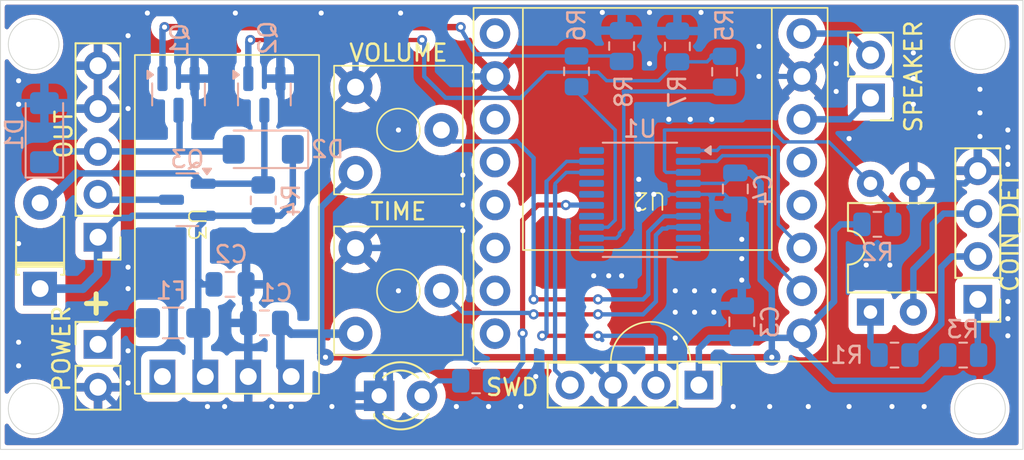
<source format=kicad_pcb>
(kicad_pcb (version 20240108) (generator "pcbnew") (generator_version "8.0")
  (layers (0 "F.Cu" signal) (31 "B.Cu" signal) (34 "B.Paste" user) (35 "F.Paste" user) (36 "B.SilkS" user "B.Silkscreen") (37 "F.SilkS" user "F.Silkscreen") (38 "B.Mask" user) (39 "F.Mask" user) (44 "Edge.Cuts" user))
  (net 0 "")
  (net 1 "+3.3V")
  (net 2 "GND")
  (net 3 "Net-(D2-K)")
  (net 4 "Net-(D1-K)")
  (net 5 "Net-(DZ1-A)")
  (net 6 "Net-(J3-Pin_1)")
  (net 7 "Net-(J1-Pin_3)")
  (net 8 "Net-(J1-Pin_2)")
  (net 9 "Net-(J1-Pin_1)")
  (net 10 "Net-(J2-Pin_1)")
  (net 11 "Net-(J2-Pin_2)")
  (net 12 "Net-(J4-Pin_2)")
  (net 13 "SWD_DIO")
  (net 14 "SWD_CLK")
  (net 15 "Net-(OC1-Pad1)")
  (net 16 "COIN_DET_SIG")
  (net 17 "OUT1")
  (net 18 "Net-(Q2-B)")
  (net 19 "OUT2")
  (net 20 "Net-(Q1-B)")
  (net 21 "VOL_SET")
  (net 22 "TIME_SET")
  (net 26 "MOD_RX")
  (net 28 "MOD_TX")
  (net 30 "Net-(D3-A)")
  (net 44 "Net-(U1-PA8)")
  (footprint "Package_DIP:DIP-4_W7.62mm" (layer "F.Cu") (at 205.1 104.765 90)
    (property "Reference" "OC1" (hide yes))
    (property "Value" "PC817")
  )
  (footprint "Diode_THT:D_T-1_P5.08mm_Horizontal" (layer "F.Cu") (at 155.956 103.378 90)
    (property "Reference" "DZ1" (hide yes))
    (property "Value" "5V1")
  )
  (footprint "Connector_PinHeader_2.54mm:PinHeader_1x02_P2.54mm_Vertical" (layer "F.Cu") (at 205.105 92.08 180)
    (property "Reference" "J2" (hide yes))
    (property "Value" "SPEAKER")
  )
  (footprint "MDLib:POT_BLUE" (layer "F.Cu") (at 177.165 103.505)
    (property "Reference" "RV2" (hide yes))
    (property "Value" "TIME" (hide yes))
  )
  (footprint "MDLib:DCDC_PRESET" (layer "F.Cu") (at 167.64 98.933 -90)
    (property "Reference" "U3")
    (property "Value" "~")
  )
  (footprint "Connector_PinHeader_2.54mm:PinHeader_1x02_P2.54mm_Vertical" (layer "F.Cu") (at 159.385 106.68)
    (property "Reference" "J3" (hide yes))
    (property "Value" "POWER")
  )
  (footprint "Connector_PinHeader_2.54mm:PinHeader_1x04_P2.54mm_Vertical" (layer "F.Cu") (at 194.945 109.093 -90)
    (property "Reference" "J5" (hide yes))
    (property "Value" "SWD")
  )
  (footprint "Connector_PinHeader_2.54mm:PinHeader_1x04_P2.54mm_Vertical" (layer "F.Cu") (at 211.455 104.013 180)
    (property "Reference" "J1" (hide yes))
    (property "Value" "COIN_DET")
  )
  (footprint "LED_THT:LED_D3.0mm" (layer "F.Cu") (at 176.022 109.728)
    (property "Reference" "D3" (hide yes))
    (property "Value" "LED")
  )
  (footprint "MDLib:POT_BLUE" (layer "F.Cu") (at 177.165 93.98)
    (property "Reference" "RV1" (hide yes))
    (property "Value" "VOLUME" (hide yes))
  )
  (footprint "Connector_PinHeader_2.54mm:PinHeader_1x05_P2.54mm_Vertical" (layer "F.Cu") (at 159.385 100.33 180)
    (property "Reference" "J4" (hide yes))
    (property "Value" "OUT")
  )
  (footprint "MDLib:DFPlayerMini" (layer "F.Cu") (at 192.024 98.425 180)
    (property "Reference" "U2")
    (property "Value" "~")
  )
  (footprint "Capacitor_SMD:C_0805_2012Metric" (layer "B.Cu") (at 167.198 103.124)
    (property "Reference" "C2")
    (property "Value" "100nF")
  )
  (footprint "Resistor_SMD:R_0805_2012Metric" (layer "B.Cu") (at 181.7605 108.839 180)
    (property "Reference" "R9" (hide yes))
    (property "Value" "10k")
  )
  (footprint "Capacitor_SMD:C_0805_2012Metric" (layer "B.Cu") (at 169.23 105.41 180)
    (property "Reference" "C1")
    (property "Value" "100nF")
  )
  (footprint "Diode_SMD:D_MiniMELF" (layer "B.Cu") (at 156.21 94.135 90)
    (property "Reference" "D1")
    (property "Value" "LL4148" (hide yes))
  )
  (footprint "Package_TO_SOT_SMD:SOT-23" (layer "B.Cu") (at 164.6705 98.11 180)
    (property "Reference" "Q3")
    (property "Value" "IRLML5203")
  )
  (footprint "Resistor_SMD:R_0805_2012Metric" (layer "B.Cu") (at 193.675 89.027 -90)
    (property "Reference" "R7")
    (property "Value" "10k")
  )
  (footprint "Resistor_SMD:R_0805_2012Metric" (layer "B.Cu") (at 187.706 90.504 -90)
    (property "Reference" "R6")
    (property "Value" "10k")
  )
  (footprint "Resistor_SMD:R_0805_2012Metric" (layer "B.Cu") (at 169.164 98.1475 90)
    (property "Reference" "R4")
    (property "Value" "10k")
  )
  (footprint "Package_TO_SOT_SMD:SOT-23" (layer "B.Cu") (at 169.23 91.8695 -90)
    (property "Reference" "Q2")
    (property "Value" "BC817")
  )
  (footprint "Resistor_SMD:R_0805_2012Metric" (layer "B.Cu") (at 190.373 89.0035 -90)
    (property "Reference" "R8")
    (property "Value" "10k")
  )
  (footprint "Package_SO:TSSOP-20_4.4x6.5mm_P0.65mm" (layer "B.Cu") (at 191.4575 98.115 180)
    (property "Reference" "U1")
    (property "Value" "STM32C011F6Px")
  )
  (footprint "Resistor_SMD:R_0805_2012Metric" (layer "B.Cu") (at 210.5895 107.315)
    (property "Reference" "R3")
    (property "Value" "10k")
  )
  (footprint "Resistor_SMD:R_0805_2012Metric" (layer "B.Cu") (at 206.5255 107.315)
    (property "Reference" "R1")
    (property "Value" "4k7")
  )
  (footprint "Fuse:Fuse_1206_3216Metric_Pad1.42x1.75mm_HandSolder" (layer "B.Cu") (at 163.83 105.41)
    (property "Reference" "F1")
    (property "Value" "500mA" (hide yes))
  )
  (footprint "Resistor_SMD:R_0805_2012Metric" (layer "B.Cu") (at 205.5095 99.568)
    (property "Reference" "R2")
    (property "Value" "47k")
  )
  (footprint "Capacitor_SMD:C_0805_2012Metric" (layer "B.Cu") (at 197.104 97.47 -90)
    (property "Reference" "C4")
    (property "Value" "100nF")
  )
  (footprint "Diode_SMD:D_MiniMELF" (layer "B.Cu") (at 169.164 95.123 180)
    (property "Reference" "D2")
    (property "Value" "LL4148")
  )
  (footprint "Package_TO_SOT_SMD:SOT-23" (layer "B.Cu") (at 164.15 91.8695 -90)
    (property "Reference" "Q1")
    (property "Value" "BC817")
  )
  (footprint "Capacitor_SMD:C_0805_2012Metric" (layer "B.Cu") (at 197.485 105.344 90)
    (property "Reference" "C3")
    (property "Value" "100nF")
  )
  (footprint "Resistor_SMD:R_0805_2012Metric" (layer "B.Cu") (at 196.469 90.5275 -90)
    (property "Reference" "R5")
    (property "Value" "10k" (hide yes))
  )
  (gr_circle (center 211.582 88.9) (end 213.082 88.9) (stroke (width 0.05)) (fill none) (layer "Edge.Cuts"))
  (gr_rect (start 153.61155 86.30155) (end 214.122 112.903) (stroke (width 0.05)) (fill none) (layer "Edge.Cuts"))
  (gr_circle (center 211.582 110.49) (end 213.082 110.49) (stroke (width 0.05)) (fill none) (layer "Edge.Cuts"))
  (gr_circle (center 155.575 110.49) (end 157.075 110.49) (stroke (width 0.05)) (fill none) (layer "Edge.Cuts"))
  (gr_circle (center 155.575 88.9) (end 157.075 88.9) (stroke (width 0.05)) (fill none) (layer "Edge.Cuts"))
  (gr_text "+" (at 160.401 105.029 0) (layer "F.SilkS") (effects (font (size 1.5 1.5) (thickness 0.3) (bold yes)) (justify left bottom mirror)))
  (segment (start 199.263 107.442) (end 172.847 107.442) (width 0.381) (layer "F.Cu") (net 1))
  (via (at 172.847 107.442) (size 1) (drill 0.3) (layers "F.Cu" "B.Cu") (net 1))
  (via (at 199.263 107.442) (size 1) (drill 0.3) (layers "F.Cu" "B.Cu") (net 1))
  (segment (start 202.946 99.949) (end 203.327 99.568) (width 0.381) (layer "B.Cu") (net 1))
  (segment (start 197.104 96.52) (end 197.993 96.52) (width 0.381) (layer "B.Cu") (net 1))
  (segment (start 170.815 106.045) (end 172.593 106.045) (width 0.381) (layer "B.Cu") (net 1))
  (segment (start 202.946 102.108) (end 202.946 99.949) (width 0.381) (layer "B.Cu") (net 1))
  (segment (start 172.593 106.045) (end 174.625 106.045) (width 0.381) (layer "B.Cu") (net 1))
  (segment (start 196.484 97.14) (end 197.104 96.52) (width 0.2032) (layer "B.Cu") (net 1))
  (segment (start 198.6005 102.8425) (end 199.263 103.505) (width 0.381) (layer "B.Cu") (net 1))
  (segment (start 170.18 105.41) (end 170.18 107.95) (width 0.508) (layer "B.Cu") (net 1))
  (segment (start 208.153 108.839) (end 202.946 108.839) (width 0.381) (layer "B.Cu") (net 1))
  (segment (start 202.946 104.14) (end 202.946 102.108) (width 0.381) (layer "B.Cu") (net 1))
  (segment (start 172.593 107.188) (end 172.847 107.442) (width 0.508) (layer "B.Cu") (net 1))
  (segment (start 197.485 106.294) (end 199.263 106.294) (width 0.381) (layer "B.Cu") (net 1))
  (segment (start 201.041 106.934) (end 201.041 106.045) (width 0.381) (layer "B.Cu") (net 1))
  (segment (start 209.677 107.315) (end 208.153 108.839) (width 0.381) (layer "B.Cu") (net 1))
  (segment (start 199.263 106.294) (end 200.792 106.294) (width 0.381) (layer "B.Cu") (net 1))
  (segment (start 172.593 98.552) (end 172.593 106.045) (width 0.381) (layer "B.Cu") (net 1))
  (segment (start 198.6005 97.1275) (end 198.6005 102.8425) (width 0.381) (layer "B.Cu") (net 1))
  (segment (start 202.946 104.14) (end 201.041 106.045) (width 0.381) (layer "B.Cu") (net 1))
  (segment (start 174.625 96.52) (end 172.593 98.552) (width 0.381) (layer "B.Cu") (net 1))
  (segment (start 199.263 103.505) (end 199.263 106.294) (width 0.381) (layer "B.Cu") (net 1))
  (segment (start 194.945 109.093) (end 194.945 106.934) (width 0.381) (layer "B.Cu") (net 1))
  (segment (start 195.585 106.294) (end 197.485 106.294) (width 0.381) (layer "B.Cu") (net 1))
  (segment (start 170.18 107.95) (end 170.815 108.585) (width 0.508) (layer "B.Cu") (net 1))
  (segment (start 200.792 106.294) (end 201.041 106.045) (width 0.381) (layer "B.Cu") (net 1))
  (segment (start 197.993 96.52) (end 198.6005 97.1275) (width 0.381) (layer "B.Cu") (net 1))
  (segment (start 194.32 97.14) (end 196.484 97.14) (width 0.2032) (layer "B.Cu") (net 1))
  (segment (start 174.625 106.045) (end 170.815 106.045) (width 0.508) (layer "B.Cu") (net 1))
  (segment (start 202.946 108.839) (end 201.041 106.934) (width 0.381) (layer "B.Cu") (net 1))
  (segment (start 172.593 106.045) (end 172.593 107.188) (width 0.508) (layer "B.Cu") (net 1))
  (segment (start 194.945 106.934) (end 195.585 106.294) (width 0.381) (layer "B.Cu") (net 1))
  (segment (start 199.263 106.294) (end 199.263 107.442) (width 0.381) (layer "B.Cu") (net 1))
  (segment (start 170.815 106.045) (end 170.18 105.41) (width 0.508) (layer "B.Cu") (net 1))
  (segment (start 201.036 106.04) (end 201.041 106.045) (width 0.3048) (layer "B.Cu") (net 1))
  (segment (start 203.327 99.568) (end 204.597 99.568) (width 0.381) (layer "B.Cu") (net 1))
  (via (at 162.306 87.0505) (size 0.6) (drill 0.3) (layers "F.Cu" "B.Cu") (net 2))
  (via (at 195.834 103.505) (size 0.6) (drill 0.3) (layers "F.Cu" "B.Cu") (net 2))
  (via (at 213.233 105.156) (size 0.6) (drill 0.3) (layers "F.Cu" "B.Cu") (net 2))
  (via (at 201.422 110.363) (size 0.6) (drill 0.3) (layers "F.Cu" "B.Cu") (net 2))
  (via (at 198.501 89.027) (size 0.6) (drill 0.3) (layers "F.Cu" "B.Cu") (net 2))
  (via (at 211.582 92.964) (size 0.6) (drill 0.3) (layers "F.Cu" "B.Cu") (net 2))
  (via (at 206.248 101.981) (size 0.6) (drill 0.3) (layers "F.Cu" "B.Cu") (net 2))
  (via (at 177.165 103.505) (size 0.6) (drill 0.3) (layers "F.Cu" "B.Cu") (net 2))
  (via (at 177.165 93.98) (size 0.6) (drill 0.3) (layers "F.Cu" "B.Cu") (net 2))
  (via (at 165.862 110.363) (size 0.6) (drill 0.3) (layers "F.Cu" "B.Cu") (net 2))
  (via (at 154.686 91.059) (size 0.6) (drill 0.3) (layers "F.Cu" "B.Cu") (net 2))
  (via (at 188.722 102.616) (size 0.6) (drill 0.3) (layers "F.Cu" "B.Cu") (net 2))
  (via (at 191.389 96.901) (size 0.6) (drill 0.3) (layers "F.Cu" "B.Cu") (net 2))
  (via (at 161.163 92.71) (size 0.6) (drill 0.3) (layers "F.Cu" "B.Cu") (net 2))
  (via (at 170.815 110.363) (size 0.6) (drill 0.3) (layers "F.Cu" "B.Cu") (net 2))
  (via (at 195.707 93.345) (size 0.6) (drill 0.3) (layers "F.Cu" "B.Cu") (net 2))
  (via (at 161.163 103.378) (size 0.6) (drill 0.3) (layers "F.Cu" "B.Cu") (net 2))
  (via (at 191.389 98.679) (size 0.6) (drill 0.3) (layers "F.Cu" "B.Cu") (net 2))
  (via (at 172.593 87.0505) (size 0.6) (drill 0.3) (layers "F.Cu" "B.Cu") (net 2))
  (via (at 197.485 100.457) (size 0.6) (drill 0.3) (layers "F.Cu" "B.Cu") (net 2))
  (via (at 192.024 90.043) (size 0.6) (drill 0.3) (layers "F.Cu" "B.Cu") (net 2))
  (via (at 197.485 102.87) (size 0.6) (drill 0.3) (layers "F.Cu" "B.Cu") (net 2))
  (via (at 184.404 110.363) (size 0.6) (drill 0.3) (layers "F.Cu" "B.Cu") (net 2))
  (via (at 161.163 88.392) (size 0.6) (drill 0.3) (layers "F.Cu" "B.Cu") (net 2))
  (via (at 190.373 102.616) (size 0.6) (drill 0.3) (layers "F.Cu" "B.Cu") (net 2))
  (via (at 213.233 106.172) (size 0.6) (drill 0.3) (layers "F.Cu" "B.Cu") (net 2))
  (via (at 161.163 107.061) (size 0.6) (drill 0.3) (layers "F.Cu" "B.Cu") (net 2))
  (via (at 189.611 102.616) (size 0.6) (drill 0.3) (layers "F.Cu" "B.Cu") (net 2))
  (via (at 204.851 101.981) (size 0.6) (drill 0.3) (layers "F.Cu" "B.Cu") (net 2))
  (via (at 196.977 110.363) (size 0.6) (drill 0.3) (layers "F.Cu" "B.Cu") (net 2))
  (via (at 182.499 110.363) (size 0.6) (drill 0.3) (layers "F.Cu" "B.Cu") (net 2))
  (via (at 199.136 110.363) (size 0.6) (drill 0.3) (layers "F.Cu" "B.Cu") (net 2))
  (via (at 203.835 110.363) (size 0.6) (drill 0.3) (layers "F.Cu" "B.Cu") (net 2))
  (via (at 195.834 104.775) (size 0.6) (drill 0.3) (layers "F.Cu" "B.Cu") (net 2))
  (via (at 203.835 94.488) (size 0.6) (drill 0.3) (layers "F.Cu" "B.Cu") (net 2))
  (via (at 203.073 91.694) (size 0.6) (drill 0.3) (layers "F.Cu" "B.Cu") (net 2))
  (via (at 169.672 110.363) (size 0.6) (drill 0.3) (layers "F.Cu" "B.Cu") (net 2))
  (via (at 211.582 94.361) (size 0.6) (drill 0.3) (layers "F.Cu" "B.Cu") (net 2))
  (via (at 213.233 104.14) (size 0.6) (drill 0.3) (layers "F.Cu" "B.Cu") (net 2))
  (via (at 207.64 89.408) (size 0.6) (drill 0.3) (layers "F.Cu" "B.Cu") (net 2))
  (via (at 193.167 93.345) (size 0.6) (drill 0.3) (layers "F.Cu" "B.Cu") (net 2))
  (via (at 193.548 104.775) (size 0.6) (drill 0.3) (layers "F.Cu" "B.Cu") (net 2))
  (via (at 154.686 100.711) (size 0.6) (drill 0.3) (layers "F.Cu" "B.Cu") (net 2))
  (via (at 191.389 97.79) (size 0.6) (drill 0.3) (layers "F.Cu" "B.Cu") (net 2))
  (via (at 180.594 110.363) (size 0.6) (drill 0.3) (layers "F.Cu" "B.Cu") (net 2))
  (via (at 207.64 90.932) (size 0.6) (drill 0.3) (layers "F.Cu" "B.Cu") (net 2))
  (via (at 213.233 96.012) (size 0.6) (drill 0.3) (layers "F.Cu" "B.Cu") (net 2))
  (via (at 192.278 97.79) (size 0.6) (drill 0.3) (layers "F.Cu" "B.Cu") (net 2))
  (via (at 161.163 102.108) (size 0.6) (drill 0.3) (layers "F.Cu" "B.Cu") (net 2))
  (via (at 207.64 92.456) (size 0.6) (drill 0.3) (layers "F.Cu" "B.Cu") (net 2))
  (via (at 195.072 87.0126) (size 0.6) (drill 0.3) (layers "F.Cu" "B.Cu") (net 2))
  (via (at 193.548 106.299) (size 0.6) (drill 0.3) (layers "F.Cu" "B.Cu") (net 2))
  (via (at 211.582 91.567) (size 0.6) (drill 0.3) (layers "F.Cu" "B.Cu") (net 2))
  (via (at 198.501 90.805) (size 0.6) (drill 0.3) (layers "F.Cu" "B.Cu") (net 2))
  (via (at 177.292 87.0505) (size 0.6) (drill 0.3) (layers "F.Cu" "B.Cu") (net 2))
  (via (at 194.437 93.345) (size 0.6) (drill 0.3) (layers "F.Cu" "B.Cu") (net 2))
  (via (at 203.073 90.043) (size 0.6) (drill 0.3) (layers "F.Cu" "B.Cu") (net 2))
  (via (at 194.691 104.775) (size 0.6) (drill 0.3) (layers "F.Cu" "B.Cu") (net 2))
  (via (at 189.23 87.0126) (size 0.6) (drill 0.3) (layers "F.Cu" "B.Cu") (net 2))
  (via (at 206.375 110.363) (size 0.6) (drill 0.3) (layers "F.Cu" "B.Cu") (net 2))
  (via (at 192.024 87.0126) (size 0.6) (drill 0.3) (layers "F.Cu" "B.Cu") (net 2))
  (via (at 194.691 103.505) (size 0.6) (drill 0.3) (layers "F.Cu" "B.Cu") (net 2))
  (via (at 185.293 108.585) (size 0.6) (drill 0.3) (layers "F.Cu" "B.Cu") (net 2))
  (via (at 180.975 98.425) (size 0.6) (drill 0.3) (layers "F.Cu" "B.Cu") (net 2))
  (via (at 197.485 101.6) (size 0.6) (drill 0.3) (layers "F.Cu" "B.Cu") (net 2))
  (via (at 154.686 106.553) (size 0.6) (drill 0.3) (layers "F.Cu" "B.Cu") (net 2))
  (via (at 173.228 110.363) (size 0.6) (drill 0.3) (layers "F.Cu" "B.Cu") (net 2))
  (via (at 154.686 92.456) (size 0.6) (drill 0.3) (layers "F.Cu" "B.Cu") (net 2))
  (via (at 167.513 87.0505) (size 0.6) (drill 0.3) (layers "F.Cu" "B.Cu") (net 2))
  (via (at 180.975 99.949) (size 0.6) (drill 0.3) (layers "F.Cu" "B.Cu") (net 2))
  (via (at 161.163 108.966) (size 0.6) (drill 0.3) (layers "F.Cu" "B.Cu") (net 2))
  (via (at 213.233 94.996) (size 0.6) (drill 0.3) (layers "F.Cu" "B.Cu") (net 2))
  (via (at 154.686 107.95) (size 0.6) (drill 0.3) (layers "F.Cu" "B.Cu") (net 2))
  (via (at 180.975 96.647) (size 0.6) (drill 0.3) (layers "F.Cu" "B.Cu") (net 2))
  (via (at 213.233 93.98) (size 0.6) (drill 0.3) (layers "F.Cu" "B.Cu") (net 2))
  (via (at 166.878 110.363) (size 0.6) (drill 0.3) (layers "F.Cu" "B.Cu") (net 2))
  (via (at 208.28 110.363) (size 0.6) (drill 0.3) (layers "F.Cu" "B.Cu") (net 2))
  (via (at 193.548 103.505) (size 0.6) (drill 0.3) (layers "F.Cu" "B.Cu") (net 2))
  (segment (start 191.389 97.79) (end 191.389 98.044) (width 0.381) (layer "B.Cu") (net 2))
  (segment (start 194.32 97.79) (end 196.474 97.79) (width 0.2032) (layer "B.Cu") (net 2))
  (segment (start 173.228 110.363) (end 170.815 110.363) (width 0.381) (layer "B.Cu") (net 2))
  (segment (start 197.2945 87.0585) (end 199.263 86.9745) (width 0.3048) (layer "B.Cu") (net 2))
  (segment (start 197.485 100.457) (end 197.485 101.6) (width 0.2032) (layer "B.Cu") (net 2))
  (segment (start 170.18 90.932) (end 170.18 87.0505) (width 0.381) (layer "B.Cu") (net 2))
  (segment (start 187.706 102.616) (end 187.706 106.934) (width 0.381) (layer "B.Cu") (net 2))
  (segment (start 176.657 110.363) (end 173.228 110.363) (width 0.381) (layer "B.Cu") (net 2))
  (segment (start 162.306 87.0505) (end 165.1 87.0505) (width 0.381) (layer "B.Cu") (net 2))
  (segment (start 207.64 92.456) (end 207.64 90.932) (width 0.381) (layer "B.Cu") (net 2))
  (segment (start 190.373 102.616) (end 189.611 102.616) (width 0.381) (layer "B.Cu") (net 2))
  (segment (start 176.149 100.965) (end 174.625 100.965) (width 0.381) (layer "B.Cu") (net 2))
  (segment (start 207.64 97.145) (end 210.703 97.145) (width 0.381) (layer "B.Cu") (net 2))
  (segment (start 207.64 90.932) (end 207.64 89.408) (width 0.381) (layer "B.Cu") (net 2))
  (segment (start 192.659 97.79) (end 192.278 97.79) (width 0.508) (layer "B.Cu") (net 2))
  (segment (start 166.878 110.363) (end 168.783 110.363) (width 0.381) (layer "B.Cu") (net 2))
  (segment (start 190.246 87.0126) (end 192.024 87.0126) (width 0.3048) (layer "B.Cu") (net 2))
  (segment (start 179.832 90.424) (end 180.34 90.805) (width 0.381) (layer "B.Cu") (net 2))
  (segment (start 168.783 110.363) (end 168.397 110.363) (width 0.381) (layer "B.Cu") (net 2))
  (segment (start 177.292 87.0505) (end 179.832 87.0505) (width 0.381) (layer "B.Cu") (net 2))
  (segment (start 191.643 97.79) (end 191.389 98.044) (width 0.508) (layer "B.Cu") (net 2))
  (segment (start 176.657 100.457) (end 176.657 110.363) (width 0.381) (layer "B.Cu") (net 2))
  (segment (start 207.64 87.879) (end 206.7355 86.9745) (width 0.381) (layer "B.Cu") (net 2))
  (segment (start 168.275 108.585) (end 168.275 110.241) (width 0.381) (layer "B.Cu") (net 2))
  (segment (start 197.2486 87.0126) (end 197.2945 87.0585) (width 0.3048) (layer "B.Cu") (net 2))
  (segment (start 195.834 87.0126) (end 197.2486 87.0126) (width 0.3048) (layer "B.Cu") (net 2))
  (segment (start 189.611 102.616) (end 188.722 102.616) (width 0.381) (layer "B.Cu") (net 2))
  (segment (start 207.64 97.145) (end 207.64 92.456) (width 0.381) (layer "B.Cu") (net 2))
  (segment (start 159.385 92.71) (end 156.535 92.71) (width 0.381) (layer "B.Cu") (net 2))
  (segment (start 197.485 93.345) (end 199.263 91.567) (width 0.381) (layer "B.Cu") (net 2))
  (segment (start 174.625 87.1775) (end 174.752 87.0505) (width 0.381) (layer "B.Cu") (net 2))
  (segment (start 179.832 87.0505) (end 179.8699 87.0126) (width 0.3048) (layer "B.Cu") (net 2))
  (segment (start 170.815 110.363) (end 169.672 110.363) (width 0.381) (layer "B.Cu") (net 2))
  (segment (start 191.389 98.044) (end 191.389 98.679) (width 0.381) (layer "B.Cu") (net 2))
  (segment (start 192.659 97.79) (end 194.32 97.79) (width 0.2032) (layer "B.Cu") (net 2))
  (segment (start 207.64 89.408) (end 207.64 87.879) (width 0.381) (layer "B.Cu") (net 2))
  (segment (start 197.485 101.6) (end 197.485 102.87) (width 0.2032) (layer "B.Cu") (net 2))
  (segment (start 159.385 109.22) (end 160.528 110.363) (width 0.381) (layer "B.Cu") (net 2))
  (segment (start 195.072 87.0126) (end 195.834 87.0126) (width 0.3048) (layer "B.Cu") (net 2))
  (segment (start 180.34 90.805) (end 182.88 90.805) (width 0.381) (layer "B.Cu") (net 2))
  (segment (start 191.389 102.489) (end 191.262 102.616) (width 0.381) (layer "B.Cu") (net 2))
  (segment (start 160.528 110.363) (end 165.862 110.363) (width 0.381) (layer "B.Cu") (net 2))
  (segment (start 159.385 90.17) (end 159.385 92.71) (width 0.381) (layer "B.Cu") (net 2))
  (segment (start 168.148 103.124) (end 168.148 105.278) (width 0.381) (layer "B.Cu") (net 2))
  (segment (start 190.373 88.091) (end 190.373 87.1396) (width 0.2032) (layer "B.Cu") (net 2))
  (segment (start 207.904 97.409) (end 207.64 97.145) (width 0.2032) (layer "B.Cu") (net 2))
  (segment (start 210.703 97.145) (end 211.455 96.393) (width 0.381) (layer "B.Cu") (net 2))
  (segment (start 192.278 97.79) (end 191.643 97.79) (width 0.508) (layer "B.Cu") (net 2))
  (segment (start 168.28 108.58) (end 168.275 108.585) (width 0.381) (layer "B.Cu") (net 2))
  (segment (start 165.862 110.363) (end 166.878 110.363) (width 0.381) (layer "B.Cu") (net 2))
  (segment (start 194.437 93.345) (end 195.707 93.345) (width 0.381) (layer "B.Cu") (net 2))
  (segment (start 159.385 90.17) (end 159.385 87.1775) (width 0.381) (layer "B.Cu") (net 2))
  (segment (start 168.275 110.241) (end 168.397 110.363) (width 0.381) (layer "B.Cu") (net 2))
  (segment (start 187.706 106.934) (end 189.865 109.093) (width 0.381) (layer "B.Cu") (net 2))
  (segment (start 193.675 88.1145) (end 193.675 87.0126) (width 0.2032) (layer "B.Cu") (net 2))
  (segment (start 197.485 102.87) (end 197.485 103.505) (width 0.2032) (layer "B.Cu") (net 2))
  (segment (start 190.373 87.1396) (end 190.246 87.0126) (width 0.2032) (layer "B.Cu") (net 2))
  (segment (start 170.18 87.0505) (end 172.593 87.0505) (width 0.381) (layer "B.Cu") (net 2))
  (segment (start 168.28 105.41) (end 168.28 108.58) (width 0.381) (layer "B.Cu") (net 2))
  (segment (start 192.024 87.0126) (end 193.675 87.0126) (width 0.3048) (layer "B.Cu") (net 2))
  (segment (start 199.644 90.805) (end 201.041 90.805) (width 0.3048) (layer "B.Cu") (net 2))
  (segment (start 191.389 93.345) (end 193.167 93.345) (width 0.381) (layer "B.Cu") (net 2))
  (segment (start 197.485 98.801) (end 197.104 98.42) (width 0.508) (layer "B.Cu") (net 2))
  (segment (start 191.262 102.616) (end 190.373 102.616) (width 0.381) (layer "B.Cu") (net 2))
  (segment (start 179.8699 87.0126) (end 189.23 87.0126) (width 0.3048) (layer "B.Cu") (net 2))
  (segment (start 172.593 87.0505) (end 174.752 87.0505) (width 0.381) (layer "B.Cu") (net 2))
  (segment (start 165.1 90.932) (end 165.1 87.0505) (width 0.381) (layer "B.Cu") (net 2))
  (segment (start 191.389 93.345) (end 191.389 96.901) (width 0.381) (layer "B.Cu") (net 2))
  (segment (start 195.707 93.345) (end 196.85 93.345) (width 0.381) (layer "B.Cu") (net 2))
  (segment (start 188.722 102.616) (end 187.706 102.616) (width 0.381) (layer "B.Cu") (net 2))
  (segment (start 199.263 90.424) (end 199.644 90.805) (width 0.3048) (layer "B.Cu") (net 2))
  (segment (start 189.23 87.0126) (end 190.246 87.0126) (width 0.3048) (layer "B.Cu") (net 2))
  (segment (start 193.675 87.0126) (end 195.072 87.0126) (width 0.3048) (layer "B.Cu") (net 2))
  (segment (start 197.485 104.394) (end 197.485 98.801) (width 0.508) (layer "B.Cu") (net 2))
  (segment (start 199.263 86.9745) (end 199.263 90.424) (width 0.3048) (layer "B.Cu") (net 2))
  (segment (start 174.752 87.0505) (end 177.292 87.0505) (width 0.381) (layer "B.Cu") (net 2))
  (segment (start 176.657 100.457) (end 176.149 100.965) (width 0.381) (layer "B.Cu") (net 2))
  (segment (start 165.1 87.0505) (end 167.513 87.0505) (width 0.381) (layer "B.Cu") (net 2))
  (segment (start 199.263 91.567) (end 199.263 90.424) (width 0.381) (layer "B.Cu") (net 2))
  (segment (start 179.832 87.0505) (end 179.832 90.424) (width 0.381) (layer "B.Cu") (net 2))
  (segment (start 191.389 96.901) (end 191.389 97.79) (width 0.381) (layer "B.Cu") (net 2))
  (segment (start 167.513 87.0505) (end 170.18 87.0505) (width 0.381) (layer "B.Cu") (net 2))
  (segment (start 197.485 98.42) (end 197.485 100.457) (width 0.2032) (layer "B.Cu") (net 2))
  (segment (start 197.3785 86.9745) (end 197.2945 87.0585) (width 0.381) (layer "B.Cu") (net 2))
  (segment (start 159.385 87.1775) (end 159.512 87.0505) (width 0.381) (layer "B.Cu") (net 2))
  (segment (start 191.389 98.679) (end 191.389 102.489) (width 0.381) (layer "B.Cu") (net 2))
  (segment (start 193.167 93.345) (end 194.437 93.345) (width 0.381) (layer "B.Cu") (net 2))
  (segment (start 156.535 92.71) (end 156.21 92.385) (width 0.381) (layer "B.Cu") (net 2))
  (segment (start 206.7355 86.9745) (end 197.3785 86.9745) (width 0.381) (layer "B.Cu") (net 2))
  (segment (start 196.85 93.345) (end 197.485 93.345) (width 0.381) (layer "B.Cu") (net 2))
  (segment (start 174.625 91.44) (end 176.657 93.472) (width 0.381) (layer "B.Cu") (net 2))
  (segment (start 159.512 87.0505) (end 162.306 87.0505) (width 0.381) (layer "B.Cu") (net 2))
  (segment (start 168.148 105.278) (end 168.28 105.41) (width 0.381) (layer "B.Cu") (net 2))
  (segment (start 176.657 93.472) (end 176.657 100.457) (width 0.381) (layer "B.Cu") (net 2))
  (segment (start 174.625 91.44) (end 174.625 87.1775) (width 0.381) (layer "B.Cu") (net 2))
  (segment (start 169.672 110.363) (end 168.783 110.363) (width 0.381) (layer "B.Cu") (net 2))
  (segment (start 196.474 97.79) (end 197.104 98.42) (width 0.2032) (layer "B.Cu") (net 2))
  (segment (start 165.608 99.06) (end 169.164 99.06) (width 0.381) (layer "B.Cu") (net 3))
  (segment (start 165.3175 105.41) (end 165.3175 108.1675) (width 0.508) (layer "B.Cu") (net 3))
  (segment (start 170.914 95.123) (end 170.914 98.326) (width 0.381) (layer "B.Cu") (net 3))
  (segment (start 165.3175 102.87) (end 165.3175 105.41) (width 0.381) (layer "B.Cu") (net 3))
  (segment (start 161.29 99.187) (end 161.417 99.06) (width 0.381) (layer "B.Cu") (net 3))
  (segment (start 165.3175 99.7315) (end 165.608 99.441) (width 0.381) (layer "B.Cu") (net 3))
  (segment (start 159.385 100.33) (end 159.385 102.489) (width 0.508) (layer "B.Cu") (net 3))
  (segment (start 159.385 100.33) (end 160.528 99.187) (width 0.381) (layer "B.Cu") (net 3))
  (segment (start 165.608 99.441) (end 165.608 99.06) (width 0.381) (layer "B.Cu") (net 3))
  (segment (start 170.914 98.326) (end 170.18 99.06) (width 0.381) (layer "B.Cu") (net 3))
  (segment (start 156.464 102.87) (end 155.956 103.378) (width 0.508) (layer "B.Cu") (net 3))
  (segment (start 165.3175 108.1675) (end 165.735 108.585) (width 0.508) (layer "B.Cu") (net 3))
  (segment (start 159.385 102.489) (end 158.496 103.378) (width 0.508) (layer "B.Cu") (net 3))
  (segment (start 165.5715 103.124) (end 165.3175 102.87) (width 0.381) (layer "B.Cu") (net 3))
  (segment (start 165.3175 102.87) (end 165.3175 99.7315) (width 0.381) (layer "B.Cu") (net 3))
  (segment (start 160.528 99.187) (end 161.29 99.187) (width 0.381) (layer "B.Cu") (net 3))
  (segment (start 158.496 103.378) (end 155.956 103.378) (width 0.508) (layer "B.Cu") (net 3))
  (segment (start 170.18 99.06) (end 169.164 99.06) (width 0.381) (layer "B.Cu") (net 3))
  (segment (start 161.417 99.06) (end 165.608 99.06) (width 0.381) (layer "B.Cu") (net 3))
  (segment (start 166.248 103.124) (end 165.5715 103.124) (width 0.381) (layer "B.Cu") (net 3))
  (segment (start 167.287 95.25) (end 167.414 95.123) (width 0.381) (layer "B.Cu") (net 4))
  (segment (start 164.211 95.25) (end 164.211 92.868) (width 0.381) (layer "B.Cu") (net 4))
  (segment (start 164.211 95.25) (end 167.287 95.25) (width 0.381) (layer "B.Cu") (net 4))
  (segment (start 156.845 95.25) (end 156.21 95.885) (width 0.381) (layer "B.Cu") (net 4))
  (segment (start 159.385 95.25) (end 156.845 95.25) (width 0.381) (layer "B.Cu") (net 4))
  (segment (start 159.385 95.25) (end 164.211 95.25) (width 0.381) (layer "B.Cu") (net 4))
  (segment (start 164.211 92.868) (end 164.15 92.807) (width 0.381) (layer "B.Cu") (net 4))
  (segment (start 156.337 98.298) (end 155.956 98.298) (width 0.508) (layer "B.Cu") (net 5))
  (segment (start 169.089 97.16) (end 169.164 97.235) (width 0.381) (layer "B.Cu") (net 5))
  (segment (start 158.0855 96.5495) (end 156.337 98.298) (width 0.508) (layer "B.Cu") (net 5))
  (segment (start 169.23 92.807) (end 169.23 97.169) (width 0.381) (layer "B.Cu") (net 5))
  (segment (start 158.0855 96.5495) (end 164.9975 96.5495) (width 0.381) (layer "B.Cu") (net 5))
  (segment (start 169.23 97.169) (end 169.164 97.235) (width 0.381) (layer "B.Cu") (net 5))
  (segment (start 164.9975 96.5495) (end 165.608 97.16) (width 0.381) (layer "B.Cu") (net 5))
  (segment (start 165.608 97.16) (end 169.089 97.16) (width 0.381) (layer "B.Cu") (net 5))
  (segment (start 162.3425 105.41) (end 161.417 105.41) (width 0.508) (layer "B.Cu") (net 6))
  (segment (start 160.655 105.41) (end 161.163 105.41) (width 0.508) (layer "B.Cu") (net 6))
  (segment (start 159.385 106.68) (end 160.655 105.41) (width 0.508) (layer "B.Cu") (net 6))
  (segment (start 161.417 105.41) (end 161.163 105.41) (width 0.381) (layer "B.Cu") (net 6))
  (segment (start 207.64 102.24) (end 208.788 101.092) (width 0.381) (layer "B.Cu") (net 7))
  (segment (start 207.64 104.765) (end 207.64 102.24) (width 0.381) (layer "B.Cu") (net 7))
  (segment (start 209.423 98.933) (end 211.455 98.933) (width 0.381) (layer "B.Cu") (net 7))
  (segment (start 208.788 99.568) (end 209.423 98.933) (width 0.381) (layer "B.Cu") (net 7))
  (segment (start 208.788 101.092) (end 208.788 99.568) (width 0.381) (layer "B.Cu") (net 7))
  (segment (start 209.296 105.457) (end 207.438 107.315) (width 0.381) (layer "B.Cu") (net 8))
  (segment (start 209.296 102.108) (end 209.296 105.457) (width 0.381) (layer "B.Cu") (net 8))
  (segment (start 209.931 101.473) (end 209.296 102.108) (width 0.381) (layer "B.Cu") (net 8))
  (segment (start 211.455 101.473) (end 209.931 101.473) (width 0.381) (layer "B.Cu") (net 8))
  (segment (start 211.455 107.268) (end 211.502 107.315) (width 0.381) (layer "B.Cu") (net 9))
  (segment (start 211.455 104.013) (end 211.455 107.268) (width 0.381) (layer "B.Cu") (net 9))
  (segment (start 203.84 93.345) (end 205.105 92.08) (width 0.381) (layer "B.Cu") (net 10))
  (segment (start 201.041 93.345) (end 203.84 93.345) (width 0.381) (layer "B.Cu") (net 10))
  (segment (start 201.041 88.265) (end 203.83 88.265) (width 0.381) (layer "B.Cu") (net 11))
  (segment (start 203.83 88.265) (end 205.105 89.54) (width 0.381) (layer "B.Cu") (net 11))
  (segment (start 159.705 98.11) (end 159.385 97.79) (width 0.381) (layer "B.Cu") (net 12))
  (segment (start 163.733 98.11) (end 159.705 98.11) (width 0.381) (layer "B.Cu") (net 12))
  (segment (start 186.436 97.155) (end 186.436 97.282) (width 0.2032) (layer "B.Cu") (net 13))
  (segment (start 187.325 109.093) (end 186.436 108.204) (width 0.254) (layer "B.Cu") (net 13))
  (segment (start 187.101 96.49) (end 186.436 97.155) (width 0.2032) (layer "B.Cu") (net 13))
  (segment (start 186.436 107.569) (end 186.436 97.282) (width 0.254) (layer "B.Cu") (net 13))
  (segment (start 188.595 96.49) (end 187.101 96.49) (width 0.2032) (layer "B.Cu") (net 13))
  (segment (start 186.436 108.204) (end 186.436 107.569) (width 0.254) (layer "B.Cu") (net 13))
  (segment (start 185.674 106.172) (end 188.976 106.172) (width 0.254) (layer "F.Cu") (net 14))
  (via (at 188.976 106.172) (size 0.6) (drill 0.3) (layers "F.Cu" "B.Cu") (net 14))
  (via (at 185.674 106.172) (size 0.6) (drill 0.3) (layers "F.Cu" "B.Cu") (net 14))
  (segment (start 192.278 106.172) (end 192.405 106.299) (width 0.254) (layer "B.Cu") (net 14))
  (segment (start 192.405 106.299) (end 192.405 109.093) (width 0.254) (layer "B.Cu") (net 14))
  (segment (start 185.801 106.045) (end 185.674 106.172) (width 0.254) (layer "B.Cu") (net 14))
  (segment (start 185.928 97.028) (end 185.928 106.045) (width 0.254) (layer "B.Cu") (net 14))
  (segment (start 188.976 106.172) (end 192.278 106.172) (width 0.254) (layer "B.Cu") (net 14))
  (segment (start 188.976 106.172) (end 189.23 106.426) (width 0.254) (layer "B.Cu") (net 14))
  (segment (start 188.595 95.84) (end 187.116 95.84) (width 0.2032) (layer "B.Cu") (net 14))
  (segment (start 187.116 95.84) (end 185.928 97.028) (width 0.2032) (layer "B.Cu") (net 14))
  (segment (start 185.928 106.045) (end 185.801 106.045) (width 0.254) (layer "B.Cu") (net 14))
  (segment (start 205.1 104.765) (end 205.1 106.802) (width 0.381) (layer "B.Cu") (net 15))
  (segment (start 205.105 104.77) (end 205.1 104.765) (width 0.2032) (layer "B.Cu") (net 15))
  (segment (start 205.1 106.802) (end 205.613 107.315) (width 0.381) (layer "B.Cu") (net 15))
  (segment (start 194.32 96.49) (end 193.01 96.49) (width 0.2032) (layer "B.Cu") (net 16))
  (segment (start 199.263 93.98) (end 199.9664 94.6834) (width 0.2032) (layer "B.Cu") (net 16))
  (segment (start 206.422 99.568) (end 206.422 98.467) (width 0.381) (layer "B.Cu") (net 16))
  (segment (start 193.01 96.49) (end 192.913 96.393) (width 0.2032) (layer "B.Cu") (net 16))
  (segment (start 192.913 93.98) (end 199.263 93.98) (width 0.2032) (layer "B.Cu") (net 16))
  (segment (start 202.6384 94.6834) (end 205.1 97.145) (width 0.2032) (layer "B.Cu") (net 16))
  (segment (start 206.422 98.467) (end 205.1 97.145) (width 0.381) (layer "B.Cu") (net 16))
  (segment (start 199.9664 94.6834) (end 202.6384 94.6834) (width 0.2032) (layer "B.Cu") (net 16))
  (segment (start 192.913 96.393) (end 192.913 93.98) (width 0.2032) (layer "B.Cu") (net 16))
  (segment (start 196.215 91.694) (end 190.5 91.694) (width 0.254) (layer "B.Cu") (net 17))
  (segment (start 196.469 91.44) (end 196.215 91.694) (width 0.254) (layer "B.Cu") (net 17))
  (segment (start 190.059 100.39) (end 190.246 100.203) (width 0.2032) (layer "B.Cu") (net 17))
  (segment (start 190.246 100.076) (end 190.5 99.822) (width 0.2032) (layer "B.Cu") (net 17))
  (segment (start 190.246 100.203) (end 190.246 100.076) (width 0.2032) (layer "B.Cu") (net 17))
  (segment (start 190.5 99.822) (end 190.5 91.694) (width 0.2032) (layer "B.Cu") (net 17))
  (segment (start 188.595 100.39) (end 190.059 100.39) (width 0.2032) (layer "B.Cu") (net 17))
  (segment (start 178.562 88.646) (end 168.402 88.646) (width 0.254) (layer "F.Cu") (net 18))
  (via (at 168.402 88.646) (size 0.6) (drill 0.3) (layers "F.Cu" "B.Cu") (net 18))
  (via (at 178.562 88.646) (size 0.6) (drill 0.3) (layers "F.Cu" "B.Cu") (net 18))
  (segment (start 185.928 90.551) (end 188.976 90.551) (width 0.2032) (layer "B.Cu") (net 18))
  (segment (start 184.404 92.075) (end 180.594 92.075) (width 0.254) (layer "B.Cu") (net 18))
  (segment (start 192.5555 91.059) (end 193.675 89.9395) (width 0.2032) (layer "B.Cu") (net 18))
  (segment (start 179.959 92.075) (end 178.689 90.805) (width 0.254) (layer "B.Cu") (net 18))
  (segment (start 188.976 90.551) (end 189.484 91.059) (width 0.2032) (layer "B.Cu") (net 18))
  (segment (start 195.4295 89.9395) (end 193.675 89.9395) (width 0.2032) (layer "B.Cu") (net 18))
  (segment (start 168.28 90.932) (end 168.28 88.768) (width 0.381) (layer "B.Cu") (net 18))
  (segment (start 180.594 92.075) (end 179.959 92.075) (width 0.254) (layer "B.Cu") (net 18))
  (segment (start 168.28 88.768) (end 168.402 88.646) (width 0.381) (layer "B.Cu") (net 18))
  (segment (start 184.531 91.948) (end 185.928 90.551) (width 0.2032) (layer "B.Cu") (net 18))
  (segment (start 195.754 89.615) (end 195.4295 89.9395) (width 0.2032) (layer "B.Cu") (net 18))
  (segment (start 178.689 90.805) (end 178.689 88.773) (width 0.254) (layer "B.Cu") (net 18))
  (segment (start 178.689 88.773) (end 178.562 88.646) (width 0.254) (layer "B.Cu") (net 18))
  (segment (start 195.754 89.615) (end 196.469 89.615) (width 0.381) (layer "B.Cu") (net 18))
  (segment (start 189.484 91.059) (end 192.5555 91.059) (width 0.2032) (layer "B.Cu") (net 18))
  (segment (start 184.531 91.948) (end 184.404 92.075) (width 0.254) (layer "B.Cu") (net 18))
  (segment (start 196.643 89.535) (end 196.723 89.615) (width 0.254) (layer "B.Cu") (net 18))
  (segment (start 189.992 93.98) (end 189.992 99.314) (width 0.2032) (layer "B.Cu") (net 19))
  (segment (start 187.706 91.4165) (end 187.706 91.694) (width 0.2032) (layer "B.Cu") (net 19))
  (segment (start 187.706 91.694) (end 189.992 93.98) (width 0.2032) (layer "B.Cu") (net 19))
  (segment (start 189.566 99.74) (end 188.595 99.74) (width 0.2032) (layer "B.Cu") (net 19))
  (segment (start 189.992 99.314) (end 189.566 99.74) (width 0.2032) (layer "B.Cu") (net 19))
  (segment (start 163.322 87.884) (end 180.848 87.884) (width 0.381) (layer "F.Cu") (net 20))
  (via (at 180.848 87.884) (size 0.6) (drill 0.3) (layers "F.Cu" "B.Cu") (net 20))
  (via (at 163.322 87.884) (size 0.6) (drill 0.3) (layers "F.Cu" "B.Cu") (net 20))
  (segment (start 180.848 87.884) (end 180.848 87.968241) (width 0.254) (layer "B.Cu") (net 20))
  (segment (start 163.2 90.932) (end 163.2 88.006) (width 0.381) (layer "B.Cu") (net 20))
  (segment (start 187.706 89.5915) (end 183.7845 89.5915) (width 0.2032) (layer "B.Cu") (net 20))
  (segment (start 163.2 88.006) (end 163.322 87.884) (width 0.381) (layer "B.Cu") (net 20))
  (segment (start 187.706 89.5915) (end 188.167 89.5915) (width 0.381) (layer "B.Cu") (net 20))
  (segment (start 187.706 89.5915) (end 190.0485 89.5915) (width 0.2032) (layer "B.Cu") (net 20))
  (segment (start 181.737 89.492) (end 183.685 89.492) (width 0.254) (layer "B.Cu") (net 20))
  (segment (start 183.7845 89.5915) (end 183.685 89.492) (width 0.2032) (layer "B.Cu") (net 20))
  (segment (start 180.848 87.968241) (end 181.737 89.492) (width 0.254) (layer "B.Cu") (net 20))
  (segment (start 190.0485 89.5915) (end 190.373 89.916) (width 0.2032) (layer "B.Cu") (net 20))
  (segment (start 188.976 104.013) (end 185.166 104.013) (width 0.254) (layer "F.Cu") (net 21))
  (via (at 188.976 104.013) (size 0.6) (drill 0.3) (layers "F.Cu" "B.Cu") (net 21))
  (via (at 185.166 104.013) (size 0.6) (drill 0.3) (layers "F.Cu" "B.Cu") (net 21))
  (segment (start 191.951 103.705) (end 191.643 104.013) (width 0.254) (layer "B.Cu") (net 21))
  (segment (start 184.15 94.615) (end 184.107 94.658) (width 0.254) (layer "B.Cu") (net 21))
  (segment (start 180.383 94.658) (end 179.705 93.98) (width 0.254) (layer "B.Cu") (net 21))
  (segment (start 185.166 104.013) (end 185.166 95.631) (width 0.254) (layer "B.Cu") (net 21))
  (segment (start 192.875948 99.09) (end 191.951 100.014948) (width 0.254) (layer "B.Cu") (net 21))
  (segment (start 194.32 99.09) (end 192.875948 99.09) (width 0.254) (layer "B.Cu") (net 21))
  (segment (start 191.951 100.014948) (end 191.951 103.705) (width 0.254) (layer "B.Cu") (net 21))
  (segment (start 184.107 94.658) (end 180.383 94.658) (width 0.254) (layer "B.Cu") (net 21))
  (segment (start 191.643 104.013) (end 188.976 104.013) (width 0.254) (layer "B.Cu") (net 21))
  (segment (start 185.166 95.631) (end 184.15 94.615) (width 0.254) (layer "B.Cu") (net 21))
  (segment (start 185.166 104.902) (end 188.976 104.902) (width 0.254) (layer "F.Cu") (net 22))
  (via (at 185.166 104.902) (size 0.6) (drill 0.3) (layers "F.Cu" "B.Cu") (net 22))
  (via (at 188.976 104.902) (size 0.6) (drill 0.3) (layers "F.Cu" "B.Cu") (net 22))
  (segment (start 192.405 100.203) (end 192.786 99.822) (width 0.254) (layer "B.Cu") (net 22))
  (segment (start 188.976 104.902) (end 191.643 104.902) (width 0.254) (layer "B.Cu") (net 22))
  (segment (start 193.04 99.822) (end 193.122 99.74) (width 0.254) (layer "B.Cu") (net 22))
  (segment (start 179.705 103.505) (end 181.018 104.818) (width 0.254) (layer "B.Cu") (net 22))
  (segment (start 191.643 104.902) (end 192.405 104.14) (width 0.254) (layer "B.Cu") (net 22))
  (segment (start 192.405 104.14) (end 192.405 100.203) (width 0.254) (layer "B.Cu") (net 22))
  (segment (start 185.082 104.818) (end 185.166 104.902) (width 0.254) (layer "B.Cu") (net 22))
  (segment (start 181.018 104.818) (end 185.082 104.818) (width 0.254) (layer "B.Cu") (net 22))
  (segment (start 192.786 99.822) (end 193.04 99.822) (width 0.254) (layer "B.Cu") (net 22))
  (segment (start 193.122 99.74) (end 194.32 99.74) (width 0.254) (layer "B.Cu") (net 22))
  (segment (start 199.009 95.504) (end 199.136 95.631) (width 0.2032) (layer "B.Cu") (net 26))
  (segment (start 196.342 95.504) (end 199.009 95.504) (width 0.2032) (layer "B.Cu") (net 26))
  (segment (start 194.32 95.84) (end 196.006 95.84) (width 0.2032) (layer "B.Cu") (net 26))
  (segment (start 199.136 101.6) (end 201.041 103.505) (width 0.2032) (layer "B.Cu") (net 26))
  (segment (start 196.006 95.84) (end 196.342 95.504) (width 0.2032) (layer "B.Cu") (net 26))
  (segment (start 199.136 95.631) (end 199.136 101.6) (width 0.2032) (layer "B.Cu") (net 26))
  (segment (start 201.041 100.965) (end 199.644 99.568) (width 0.2032) (layer "B.Cu") (net 28))
  (segment (start 194.32 95.19) (end 196.021 95.19) (width 0.2032) (layer "B.Cu") (net 28))
  (segment (start 196.021 95.19) (end 196.215 94.996) (width 0.2032) (layer "B.Cu") (net 28))
  (segment (start 199.644 99.568) (end 199.644 94.996) (width 0.2032) (layer "B.Cu") (net 28))
  (segment (start 199.644 94.996) (end 196.215 94.996) (width 0.2032) (layer "B.Cu") (net 28))
  (segment (start 179.451 108.839) (end 178.562 109.728) (width 0.3048) (layer "B.Cu") (net 30))
  (segment (start 180.848 108.839) (end 179.451 108.839) (width 0.3048) (layer "B.Cu") (net 30))
  (segment (start 185.42 98.425) (end 187.071 98.425) (width 0.3048) (layer "F.Cu") (net 44))
  (segment (start 184.5136 106.0276) (end 184.5136 99.3314) (width 0.3048) (layer "F.Cu") (net 44))
  (segment (start 184.5136 99.3314) (end 185.42 98.425) (width 0.3048) (layer "F.Cu") (net 44))
  (via (at 184.5136 106.0276) (size 0.6) (drill 0.3) (layers "F.Cu" "B.Cu") (net 44))
  (via (at 187.071 98.425) (size 0.6) (drill 0.3) (layers "F.Cu" "B.Cu") (net 44))
  (segment (start 184.5136 106.0276) (end 184.531 107.696) (width 0.3048) (layer "B.Cu") (net 44))
  (segment (start 188.58 98.425) (end 188.595 98.44) (width 0.3048) (layer "B.Cu") (net 44))
  (segment (start 183.769 108.839) (end 182.673 108.839) (width 0.3048) (layer "B.Cu") (net 44))
  (segment (start 187.071 98.425) (end 188.58 98.425) (width 0.3048) (layer "B.Cu") (net 44))
  (segment (start 184.531 107.696) (end 183.769 108.839) (width 0.3048) (layer "B.Cu") (net 44))
  (zone (net 2) (net_name "GND") (layer "F.Cu") (name "GND") (priority 1) (connect_pads (clearance 0.5)) (min_thickness 0.25) (fill yes (thermal_gap 0.5) (thermal_bridge_width 0.5))
    (polygon (pts (xy 153.67 86.36) (xy 214.122 86.36) (xy 214.122 112.776) (xy 153.67 112.776)))
  )
  (zone (net 0) (net_name "") (layer "F.Cu") (name "GND") (connect_pads (clearance 0)) (min_thickness 0.25)
    (keepout (tracks not_allowed) (vias not_allowed) (pads not_allowed) (copperpour not_allowed) (footprints allowed))
    (fill (thermal_gap 0.5) (thermal_bridge_width 0.5))
    (polygon (pts (xy 161.544 89.408) (xy 161.544 109.601) (xy 172.466 109.601) (xy 172.466 89.662) (xy 172.212 89.408)))
  )
  (zone (net 2) (net_name "GND") (layer "B.Cu") (name "GND") (connect_pads (clearance 0.5)) (min_thickness 0.25) (fill yes (thermal_gap 0.5) (thermal_bridge_width 0.5))
    (polygon (pts (xy 153.67 86.36) (xy 214.122 86.36) (xy 214.122 113.03) (xy 153.67 113.03)))
  )
)
</source>
